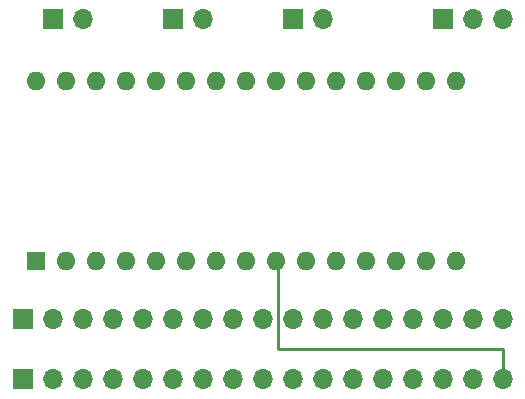
<source format=gbr>
%TF.GenerationSoftware,KiCad,Pcbnew,7.0.5*%
%TF.CreationDate,2026-01-03T12:26:39-08:00*%
%TF.ProjectId,ST-Noise,53542d4e-6f69-4736-952e-6b696361645f,rev?*%
%TF.SameCoordinates,Original*%
%TF.FileFunction,Copper,L2,Bot*%
%TF.FilePolarity,Positive*%
%FSLAX46Y46*%
G04 Gerber Fmt 4.6, Leading zero omitted, Abs format (unit mm)*
G04 Created by KiCad (PCBNEW 7.0.5) date 2026-01-03 12:26:39*
%MOMM*%
%LPD*%
G01*
G04 APERTURE LIST*
%TA.AperFunction,ComponentPad*%
%ADD10R,1.700000X1.700000*%
%TD*%
%TA.AperFunction,ComponentPad*%
%ADD11O,1.700000X1.700000*%
%TD*%
%TA.AperFunction,ComponentPad*%
%ADD12R,1.600000X1.600000*%
%TD*%
%TA.AperFunction,ComponentPad*%
%ADD13O,1.600000X1.600000*%
%TD*%
%TA.AperFunction,Conductor*%
%ADD14C,0.250000*%
%TD*%
G04 APERTURE END LIST*
D10*
%TO.P,J2,1,Pin_1*%
%TO.N,Net-(A1-+5V)*%
X111760000Y-45720000D03*
D11*
%TO.P,J2,2,Pin_2*%
%TO.N,Net-(J1a1-Pin_5)*%
X114300000Y-45720000D03*
%TD*%
D12*
%TO.P,A1,1,D1/TX*%
%TO.N,unconnected-(A1-D1{slash}TX-Pad1)*%
X110370000Y-66180000D03*
D13*
%TO.P,A1,2,D0/RX*%
%TO.N,unconnected-(A1-D0{slash}RX-Pad2)*%
X112910000Y-66180000D03*
%TO.P,A1,3,~{RESET}*%
%TO.N,unconnected-(A1-~{RESET}-Pad3)*%
X115450000Y-66180000D03*
%TO.P,A1,4,GND*%
%TO.N,Net-(J1a1-Pin_5)*%
X117990000Y-66180000D03*
%TO.P,A1,5,D2*%
%TO.N,Net-(A1-D2)*%
X120530000Y-66180000D03*
%TO.P,A1,6,D3*%
%TO.N,unconnected-(A1-D3-Pad6)*%
X123070000Y-66180000D03*
%TO.P,A1,7,D4*%
%TO.N,Net-(A1-D4)*%
X125610000Y-66180000D03*
%TO.P,A1,8,D5*%
%TO.N,Net-(A1-D5)*%
X128150000Y-66180000D03*
%TO.P,A1,9,D6*%
%TO.N,Net-(A1-D6)*%
X130690000Y-66180000D03*
%TO.P,A1,10,D7*%
%TO.N,Net-(A1-D7)*%
X133230000Y-66180000D03*
%TO.P,A1,11,D8*%
%TO.N,Net-(A1-D8)*%
X135770000Y-66180000D03*
%TO.P,A1,12,D9*%
%TO.N,unconnected-(A1-D9-Pad12)*%
X138310000Y-66180000D03*
%TO.P,A1,13,D10*%
%TO.N,unconnected-(A1-D10-Pad13)*%
X140850000Y-66180000D03*
%TO.P,A1,14,D11*%
%TO.N,unconnected-(A1-D11-Pad14)*%
X143390000Y-66180000D03*
%TO.P,A1,15,D12*%
%TO.N,unconnected-(A1-D12-Pad15)*%
X145930000Y-66180000D03*
%TO.P,A1,16,D13*%
%TO.N,unconnected-(A1-D13-Pad16)*%
X145930000Y-50940000D03*
%TO.P,A1,17,3V3*%
%TO.N,unconnected-(A1-3V3-Pad17)*%
X143390000Y-50940000D03*
%TO.P,A1,18,AREF*%
%TO.N,unconnected-(A1-AREF-Pad18)*%
X140850000Y-50940000D03*
%TO.P,A1,19,A0*%
%TO.N,unconnected-(A1-A0-Pad19)*%
X138310000Y-50940000D03*
%TO.P,A1,20,A1*%
%TO.N,unconnected-(A1-A1-Pad20)*%
X135770000Y-50940000D03*
%TO.P,A1,21,A2*%
%TO.N,unconnected-(A1-A2-Pad21)*%
X133230000Y-50940000D03*
%TO.P,A1,22,A3*%
%TO.N,unconnected-(A1-A3-Pad22)*%
X130690000Y-50940000D03*
%TO.P,A1,23,A4*%
%TO.N,unconnected-(A1-A4-Pad23)*%
X128150000Y-50940000D03*
%TO.P,A1,24,A5*%
%TO.N,unconnected-(A1-A5-Pad24)*%
X125610000Y-50940000D03*
%TO.P,A1,25,A6*%
%TO.N,unconnected-(A1-A6-Pad25)*%
X123070000Y-50940000D03*
%TO.P,A1,26,A7*%
%TO.N,unconnected-(A1-A7-Pad26)*%
X120530000Y-50940000D03*
%TO.P,A1,27,+5V*%
%TO.N,Net-(A1-+5V)*%
X117990000Y-50940000D03*
%TO.P,A1,28,~{RESET}*%
%TO.N,unconnected-(A1-~{RESET}-Pad28)*%
X115450000Y-50940000D03*
%TO.P,A1,29,GND*%
%TO.N,unconnected-(A1-GND-Pad29)*%
X112910000Y-50940000D03*
%TO.P,A1,30,VIN*%
%TO.N,unconnected-(A1-VIN-Pad30)*%
X110370000Y-50940000D03*
%TD*%
D10*
%TO.P, ,1,Pin_1*%
%TO.N,unconnected-(J1a1-Pin_1-Pad1)*%
X109220000Y-71120000D03*
D11*
%TO.P, ,2,Pin_2*%
%TO.N,unconnected-(J1a1-Pin_2-Pad2)*%
X111760000Y-71120000D03*
%TO.P, ,3,Pin_3*%
%TO.N,unconnected-(J1a1-Pin_3-Pad3)*%
X114300000Y-71120000D03*
%TO.P, ,4,Pin_4*%
%TO.N,unconnected-(J1a1-Pin_4-Pad4)*%
X116840000Y-71120000D03*
%TO.P, ,5,Pin_5*%
%TO.N,Net-(J1a1-Pin_5)*%
X119380000Y-71120000D03*
%TO.P, ,6,Pin_6*%
%TO.N,unconnected-(J1a1-Pin_6-Pad6)*%
X121920000Y-71120000D03*
%TO.P, ,7,Pin_7*%
%TO.N,unconnected-(J1a1-Pin_7-Pad7)*%
X124460000Y-71120000D03*
%TO.P, ,8,Pin_8*%
%TO.N,unconnected-(J1a1-Pin_8-Pad8)*%
X127000000Y-71120000D03*
%TO.P, ,9,Pin_9*%
%TO.N,unconnected-(J1a1-Pin_9-Pad9)*%
X129540000Y-71120000D03*
%TO.P, ,10,Pin_10*%
%TO.N,unconnected-(J1a1-Pin_10-Pad10)*%
X132080000Y-71120000D03*
%TO.P, ,11,Pin_11*%
%TO.N,unconnected-(J1a1-Pin_11-Pad11)*%
X134620000Y-71120000D03*
%TO.P, ,12,Pin_12*%
%TO.N,unconnected-(J1a1-Pin_12-Pad12)*%
X137160000Y-71120000D03*
%TO.P, ,13,Pin_13*%
%TO.N,unconnected-(J1a1-Pin_13-Pad13)*%
X139700000Y-71120000D03*
%TO.P, ,14,Pin_14*%
%TO.N,unconnected-(J1a1-Pin_14-Pad14)*%
X142240000Y-71120000D03*
%TO.P, ,15,Pin_15*%
%TO.N,unconnected-(J1a1-Pin_15-Pad15)*%
X144780000Y-71120000D03*
%TO.P, ,16,Pin_16*%
%TO.N,unconnected-(J1a1-Pin_16-Pad16)*%
X147320000Y-71120000D03*
%TO.P, ,17,Pin_17*%
%TO.N,unconnected-(J1a1-Pin_17-Pad17)*%
X149860000Y-71120000D03*
%TD*%
D10*
%TO.P,J1,1,Pin_1*%
%TO.N,unconnected-(J1b1-Pin_1-Pad1)*%
X109220000Y-76200000D03*
D11*
%TO.P,J1,2,Pin_2*%
%TO.N,unconnected-(J1b1-Pin_2-Pad2)*%
X111760000Y-76200000D03*
%TO.P,J1,3,Pin_3*%
%TO.N,unconnected-(J1b1-Pin_3-Pad3)*%
X114300000Y-76200000D03*
%TO.P,J1,4,Pin_4*%
%TO.N,Net-(A1-D4)*%
X116840000Y-76200000D03*
%TO.P,J1,5,Pin_5*%
%TO.N,Net-(A1-D5)*%
X119380000Y-76200000D03*
%TO.P,J1,6,Pin_6*%
%TO.N,unconnected-(J1b1-Pin_6-Pad6)*%
X121920000Y-76200000D03*
%TO.P,J1,7,Pin_7*%
%TO.N,unconnected-(J1b1-Pin_7-Pad7)*%
X124460000Y-76200000D03*
%TO.P,J1,8,Pin_8*%
%TO.N,unconnected-(J1b1-Pin_8-Pad8)*%
X127000000Y-76200000D03*
%TO.P,J1,9,Pin_9*%
%TO.N,unconnected-(J1b1-Pin_9-Pad9)*%
X129540000Y-76200000D03*
%TO.P,J1,10,Pin_10*%
%TO.N,unconnected-(J1b1-Pin_10-Pad10)*%
X132080000Y-76200000D03*
%TO.P,J1,11,Pin_11*%
%TO.N,unconnected-(J1b1-Pin_11-Pad11)*%
X134620000Y-76200000D03*
%TO.P,J1,12,Pin_12*%
%TO.N,Net-(A1-D7)*%
X137160000Y-76200000D03*
%TO.P,J1,13,Pin_13*%
%TO.N,Net-(A1-D8)*%
X139700000Y-76200000D03*
%TO.P,J1,14,Pin_14*%
%TO.N,unconnected-(J1b1-Pin_14-Pad14)*%
X142240000Y-76200000D03*
%TO.P,J1,15,Pin_15*%
%TO.N,unconnected-(J1b1-Pin_15-Pad15)*%
X144780000Y-76200000D03*
%TO.P,J1,16,Pin_16*%
%TO.N,unconnected-(J1b1-Pin_16-Pad16)*%
X147320000Y-76200000D03*
%TO.P,J1,17,Pin_17*%
%TO.N,Net-(A1-D6)*%
X149860000Y-76200000D03*
%TD*%
D10*
%TO.P,J4,1,Pin_1*%
%TO.N,Net-(J3-Pin_1)*%
X132080000Y-45720000D03*
D11*
%TO.P,J4,2,Pin_2*%
%TO.N,Net-(J4-Pin_2)*%
X134620000Y-45720000D03*
%TD*%
D10*
%TO.P,J3,1,Pin_1*%
%TO.N,Net-(J3-Pin_1)*%
X121920000Y-45720000D03*
D11*
%TO.P,J3,2,Pin_2*%
%TO.N,Net-(A1-D2)*%
X124460000Y-45720000D03*
%TD*%
D10*
%TO.P,JP1,1,A*%
%TO.N,Net-(A1-D2)*%
X144780000Y-45720000D03*
D11*
%TO.P,JP1,2,C*%
%TO.N,Net-(J4-Pin_2)*%
X147320000Y-45720000D03*
%TO.P,JP1,3,B*%
%TO.N,Net-(A1-D8)*%
X149860000Y-45720000D03*
%TD*%
D14*
%TO.N,Net-(A1-D6)*%
X130810000Y-66300000D02*
X130690000Y-66180000D01*
X130810000Y-73660000D02*
X130810000Y-66300000D01*
X149860000Y-76200000D02*
X149860000Y-73660000D01*
X149860000Y-73660000D02*
X130810000Y-73660000D01*
%TD*%
M02*

</source>
